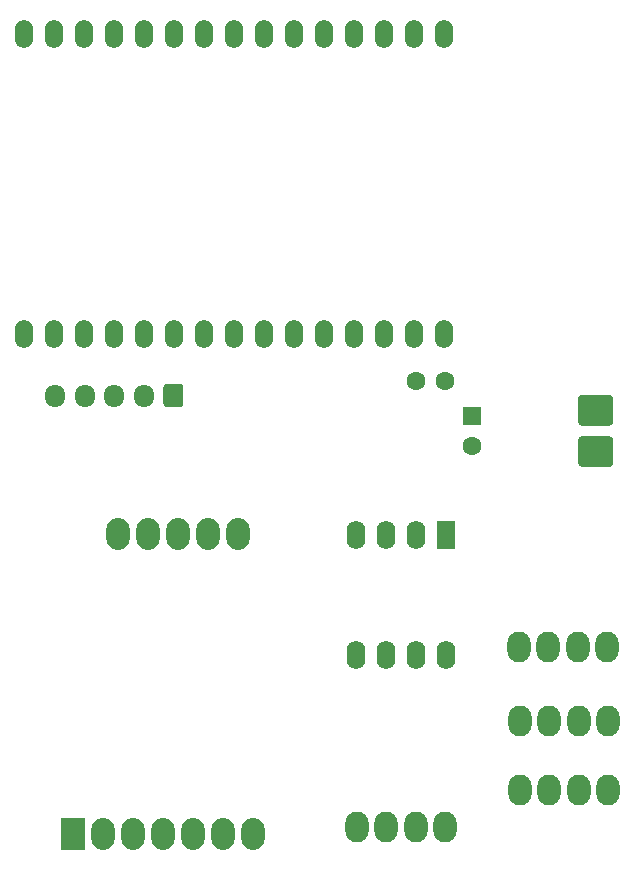
<source format=gbr>
%TF.GenerationSoftware,KiCad,Pcbnew,(5.1.9)-1*%
%TF.CreationDate,2021-02-27T18:17:11+05:30*%
%TF.ProjectId,ESP_PCB,4553505f-5043-4422-9e6b-696361645f70,rev?*%
%TF.SameCoordinates,Original*%
%TF.FileFunction,Soldermask,Top*%
%TF.FilePolarity,Negative*%
%FSLAX46Y46*%
G04 Gerber Fmt 4.6, Leading zero omitted, Abs format (unit mm)*
G04 Created by KiCad (PCBNEW (5.1.9)-1) date 2021-02-27 18:17:11*
%MOMM*%
%LPD*%
G01*
G04 APERTURE LIST*
%ADD10R,2.000000X2.700000*%
%ADD11O,2.000000X2.700000*%
%ADD12O,1.700000X1.950000*%
%ADD13O,2.000000X2.600000*%
%ADD14C,1.600000*%
%ADD15O,1.600000X2.400000*%
%ADD16R,1.600000X2.400000*%
%ADD17R,1.600000X1.600000*%
%ADD18O,1.524000X2.400000*%
G04 APERTURE END LIST*
D10*
%TO.C,U2*%
X139530000Y-122900000D03*
D11*
X153500000Y-97500000D03*
X150960000Y-97500000D03*
X148420000Y-97500000D03*
X145880000Y-97500000D03*
X143340000Y-97500000D03*
X154770000Y-122900000D03*
X152230000Y-122900000D03*
X149690000Y-122900000D03*
X147150000Y-122900000D03*
X144610000Y-122900000D03*
X142070000Y-122900000D03*
%TD*%
%TO.C,J1*%
G36*
G01*
X184925000Y-88300000D02*
X182575000Y-88300000D01*
G75*
G02*
X182250000Y-87975000I0J325000D01*
G01*
X182250000Y-86025000D01*
G75*
G02*
X182575000Y-85700000I325000J0D01*
G01*
X184925000Y-85700000D01*
G75*
G02*
X185250000Y-86025000I0J-325000D01*
G01*
X185250000Y-87975000D01*
G75*
G02*
X184925000Y-88300000I-325000J0D01*
G01*
G37*
G36*
G01*
X184925000Y-91800000D02*
X182575000Y-91800000D01*
G75*
G02*
X182250000Y-91475000I0J325000D01*
G01*
X182250000Y-89525000D01*
G75*
G02*
X182575000Y-89200000I325000J0D01*
G01*
X184925000Y-89200000D01*
G75*
G02*
X185250000Y-89525000I0J-325000D01*
G01*
X185250000Y-91475000D01*
G75*
G02*
X184925000Y-91800000I-325000J0D01*
G01*
G37*
%TD*%
D12*
%TO.C,J4*%
X138000000Y-85750000D03*
X140500000Y-85750000D03*
X143000000Y-85750000D03*
X145500000Y-85750000D03*
G36*
G01*
X148850000Y-85025000D02*
X148850000Y-86475000D01*
G75*
G02*
X148600000Y-86725000I-250000J0D01*
G01*
X147400000Y-86725000D01*
G75*
G02*
X147150000Y-86475000I0J250000D01*
G01*
X147150000Y-85025000D01*
G75*
G02*
X147400000Y-84775000I250000J0D01*
G01*
X148600000Y-84775000D01*
G75*
G02*
X148850000Y-85025000I0J-250000D01*
G01*
G37*
%TD*%
D13*
%TO.C,J6*%
X184750000Y-107000000D03*
X182250000Y-107000000D03*
X179750000Y-107000000D03*
X177250000Y-107000000D03*
%TD*%
D14*
%TO.C,C2*%
X168500000Y-84500000D03*
X171000000Y-84500000D03*
%TD*%
D15*
%TO.C,U1*%
X171040000Y-107750000D03*
X163420000Y-97590000D03*
X168500000Y-107750000D03*
X165960000Y-97590000D03*
X165960000Y-107750000D03*
X168500000Y-97590000D03*
X163420000Y-107750000D03*
D16*
X171040000Y-97590000D03*
%TD*%
D13*
%TO.C,J5*%
X184814999Y-113274999D03*
X182314999Y-113274999D03*
X179814999Y-113274999D03*
X177314999Y-113274999D03*
%TD*%
D14*
%TO.C,C1*%
X173250000Y-90000000D03*
D17*
X173250000Y-87500000D03*
%TD*%
D13*
%TO.C,J3*%
X171000000Y-122250000D03*
X168500000Y-122250000D03*
X166000000Y-122250000D03*
X163500000Y-122250000D03*
%TD*%
%TO.C,J2*%
X177314999Y-119124999D03*
X179814999Y-119124999D03*
X182314999Y-119124999D03*
X184814999Y-119124999D03*
%TD*%
D18*
%TO.C,U3*%
X158230000Y-80570000D03*
X137910000Y-80570000D03*
X140450000Y-80570000D03*
X150610000Y-80570000D03*
X153150000Y-80570000D03*
X168390000Y-80570000D03*
X170930000Y-80570000D03*
X155690000Y-80570000D03*
X135370000Y-80570000D03*
X148070000Y-80570000D03*
X163310000Y-80570000D03*
X160770000Y-80570000D03*
X145530000Y-80570000D03*
X165850000Y-80570000D03*
X142990000Y-80570000D03*
X170930000Y-55170000D03*
X168390000Y-55170000D03*
X165850000Y-55170000D03*
X163310000Y-55170000D03*
X160770000Y-55170000D03*
X158230000Y-55170000D03*
X155690000Y-55170000D03*
X153150000Y-55170000D03*
X150610000Y-55170000D03*
X148070000Y-55170000D03*
X145530000Y-55170000D03*
X142990000Y-55170000D03*
X140450000Y-55170000D03*
X137910000Y-55170000D03*
X135370000Y-55170000D03*
%TD*%
M02*

</source>
